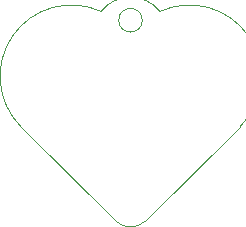
<source format=gbr>
%TF.GenerationSoftware,KiCad,Pcbnew,8.0.9-8.0.9-0~ubuntu20.04.1*%
%TF.CreationDate,2025-06-12T23:45:12+01:00*%
%TF.ProjectId,nfc-pcb-tag,6e66632d-7063-4622-9d74-61672e6b6963,rev?*%
%TF.SameCoordinates,Original*%
%TF.FileFunction,Profile,NP*%
%FSLAX46Y46*%
G04 Gerber Fmt 4.6, Leading zero omitted, Abs format (unit mm)*
G04 Created by KiCad (PCBNEW 8.0.9-8.0.9-0~ubuntu20.04.1) date 2025-06-12 23:45:12*
%MOMM*%
%LPD*%
G01*
G04 APERTURE LIST*
%TA.AperFunction,Profile*%
%ADD10C,0.100000*%
%TD*%
%TA.AperFunction,Profile*%
%ADD11C,0.050000*%
%TD*%
G04 APERTURE END LIST*
D10*
X81772001Y-40272001D02*
X73749999Y-48249999D01*
D11*
X73500000Y-31250000D02*
G75*
G02*
X71500000Y-31250000I-1000000J0D01*
G01*
X71500000Y-31250000D02*
G75*
G02*
X73500000Y-31250000I1000000J0D01*
G01*
D10*
X63227999Y-40272001D02*
G75*
G02*
X70000000Y-30500001I4272001J4272001D01*
G01*
X63227999Y-40272001D02*
X71250001Y-48249999D01*
D11*
X70000000Y-30500000D02*
G75*
G02*
X75000000Y-30500000I2500000J-2000000D01*
G01*
D10*
X73749999Y-48249999D02*
G75*
G02*
X71250001Y-48249999I-1249999J1249997D01*
G01*
X75000000Y-30500001D02*
G75*
G02*
X81772001Y-40272001I2500000J-5499999D01*
G01*
M02*

</source>
